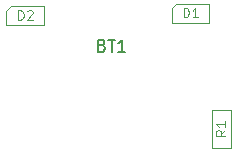
<source format=gbr>
G04 #@! TF.GenerationSoftware,KiCad,Pcbnew,(5.1.10)-1*
G04 #@! TF.CreationDate,2021-09-04T13:13:49-05:00*
G04 #@! TF.ProjectId,2b1,3262312e-6b69-4636-9164-5f7063625858,rev?*
G04 #@! TF.SameCoordinates,Original*
G04 #@! TF.FileFunction,Other,Fab,Top*
%FSLAX46Y46*%
G04 Gerber Fmt 4.6, Leading zero omitted, Abs format (unit mm)*
G04 Created by KiCad (PCBNEW (5.1.10)-1) date 2021-09-04 13:13:49*
%MOMM*%
%LPD*%
G01*
G04 APERTURE LIST*
%ADD10C,0.100000*%
%ADD11C,0.120000*%
%ADD12C,0.150000*%
G04 APERTURE END LIST*
D10*
X152400000Y-87800000D02*
X154000000Y-87800000D01*
X154000000Y-87800000D02*
X154000000Y-91000000D01*
X154000000Y-91000000D02*
X152400000Y-91000000D01*
X152400000Y-91000000D02*
X152400000Y-87800000D01*
X138200000Y-79000000D02*
X135400000Y-79000000D01*
X135400000Y-79000000D02*
X135000000Y-79400000D01*
X135000000Y-79400000D02*
X135000000Y-80600000D01*
X135000000Y-80600000D02*
X138200000Y-80600000D01*
X138200000Y-80600000D02*
X138200000Y-79000000D01*
X152200000Y-78800000D02*
X149400000Y-78800000D01*
X149400000Y-78800000D02*
X149000000Y-79200000D01*
X149000000Y-79200000D02*
X149000000Y-80400000D01*
X149000000Y-80400000D02*
X152200000Y-80400000D01*
X152200000Y-80400000D02*
X152200000Y-78800000D01*
D11*
X153561904Y-89533333D02*
X153180952Y-89800000D01*
X153561904Y-89990476D02*
X152761904Y-89990476D01*
X152761904Y-89685714D01*
X152800000Y-89609523D01*
X152838095Y-89571428D01*
X152914285Y-89533333D01*
X153028571Y-89533333D01*
X153104761Y-89571428D01*
X153142857Y-89609523D01*
X153180952Y-89685714D01*
X153180952Y-89990476D01*
X153561904Y-88771428D02*
X153561904Y-89228571D01*
X153561904Y-89000000D02*
X152761904Y-89000000D01*
X152876190Y-89076190D01*
X152952380Y-89152380D01*
X152990476Y-89228571D01*
X136009523Y-80161904D02*
X136009523Y-79361904D01*
X136200000Y-79361904D01*
X136314285Y-79400000D01*
X136390476Y-79476190D01*
X136428571Y-79552380D01*
X136466666Y-79704761D01*
X136466666Y-79819047D01*
X136428571Y-79971428D01*
X136390476Y-80047619D01*
X136314285Y-80123809D01*
X136200000Y-80161904D01*
X136009523Y-80161904D01*
X136771428Y-79438095D02*
X136809523Y-79400000D01*
X136885714Y-79361904D01*
X137076190Y-79361904D01*
X137152380Y-79400000D01*
X137190476Y-79438095D01*
X137228571Y-79514285D01*
X137228571Y-79590476D01*
X137190476Y-79704761D01*
X136733333Y-80161904D01*
X137228571Y-80161904D01*
X150009523Y-79961904D02*
X150009523Y-79161904D01*
X150200000Y-79161904D01*
X150314285Y-79200000D01*
X150390476Y-79276190D01*
X150428571Y-79352380D01*
X150466666Y-79504761D01*
X150466666Y-79619047D01*
X150428571Y-79771428D01*
X150390476Y-79847619D01*
X150314285Y-79923809D01*
X150200000Y-79961904D01*
X150009523Y-79961904D01*
X151228571Y-79961904D02*
X150771428Y-79961904D01*
X151000000Y-79961904D02*
X151000000Y-79161904D01*
X150923809Y-79276190D01*
X150847619Y-79352380D01*
X150771428Y-79390476D01*
D12*
X143109285Y-82328571D02*
X143252142Y-82376190D01*
X143299761Y-82423809D01*
X143347380Y-82519047D01*
X143347380Y-82661904D01*
X143299761Y-82757142D01*
X143252142Y-82804761D01*
X143156904Y-82852380D01*
X142775952Y-82852380D01*
X142775952Y-81852380D01*
X143109285Y-81852380D01*
X143204523Y-81900000D01*
X143252142Y-81947619D01*
X143299761Y-82042857D01*
X143299761Y-82138095D01*
X143252142Y-82233333D01*
X143204523Y-82280952D01*
X143109285Y-82328571D01*
X142775952Y-82328571D01*
X143633095Y-81852380D02*
X144204523Y-81852380D01*
X143918809Y-82852380D02*
X143918809Y-81852380D01*
X145061666Y-82852380D02*
X144490238Y-82852380D01*
X144775952Y-82852380D02*
X144775952Y-81852380D01*
X144680714Y-81995238D01*
X144585476Y-82090476D01*
X144490238Y-82138095D01*
M02*

</source>
